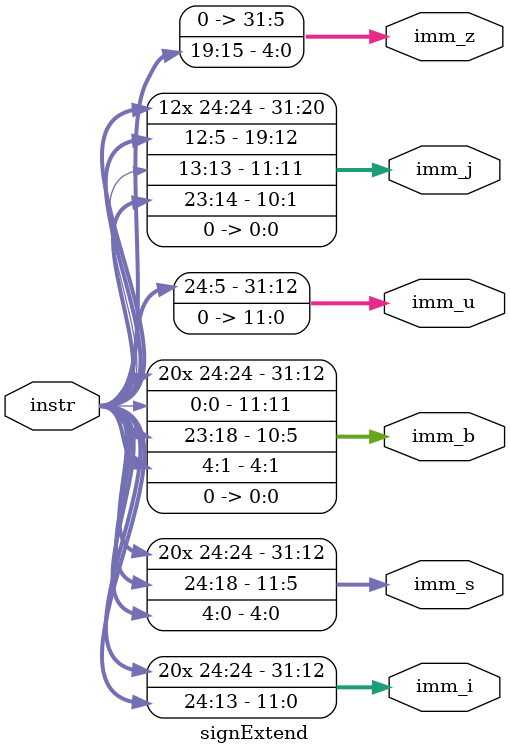
<source format=v>
`include "constants.vh"
`include "config.vh"


module signExtend(	input [24:0] instr,
					output [31:0] imm_i,
					output [31:0] imm_s,
					output [31:0] imm_b,
					output [31:0] imm_u,
					output [31:0] imm_j,
					output [31:0] imm_z
					);

assign imm_i = { {20{{instr[24]}}}, instr[24:13]};
assign imm_s = { {20{instr[24]}}, instr[24:18], instr[4:0]};
assign imm_b = { {20{instr[24]}}, instr[0], instr[23:18], instr[4:1], 1'b0};
assign imm_u = { instr[24:5], {12{1'b0}}};
assign imm_j = { {12{instr[24]}}, instr[12:5], instr[13], instr[23:18], instr[17:14], 1'b0};
assign imm_z = { {27{1'b0}}, instr[19:15] }; // Zero-extend the 5-bit immediate

endmodule
</source>
